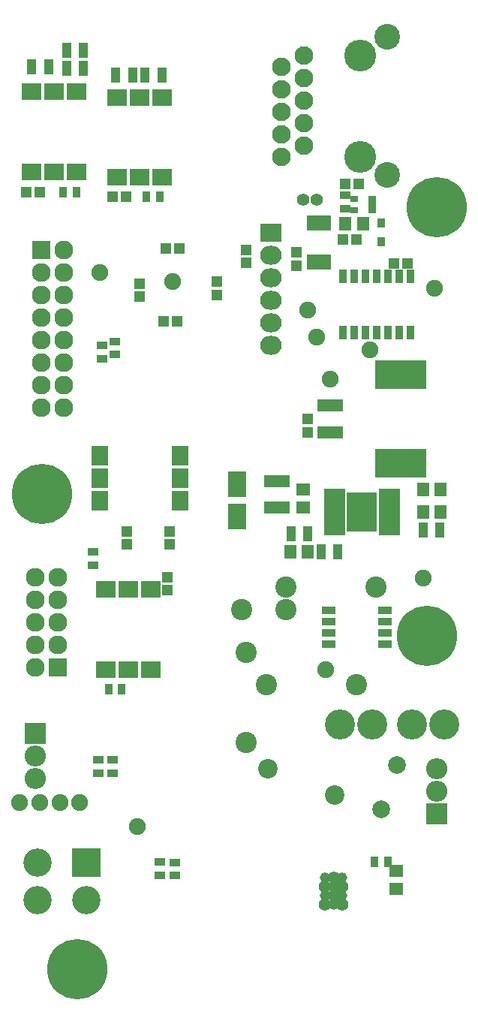
<source format=gbr>
G04 #@! TF.FileFunction,Soldermask,Bot*
%FSLAX46Y46*%
G04 Gerber Fmt 4.6, Leading zero omitted, Abs format (unit mm)*
G04 Created by KiCad (PCBNEW 4.0.3-stable) date 09/30/16 03:10:32*
%MOMM*%
%LPD*%
G01*
G04 APERTURE LIST*
%ADD10C,0.100000*%
%ADD11C,1.900000*%
%ADD12C,2.398980*%
%ADD13R,1.543000X0.908000*%
%ADD14R,1.150000X1.200000*%
%ADD15R,1.200000X1.150000*%
%ADD16R,1.100000X1.700000*%
%ADD17R,0.900000X1.300000*%
%ADD18R,1.300000X0.900000*%
%ADD19C,6.800000*%
%ADD20C,1.000000*%
%ADD21R,2.180000X1.920000*%
%ADD22R,1.920000X2.180000*%
%ADD23C,2.100000*%
%ADD24C,3.600000*%
%ADD25C,2.900000*%
%ADD26R,2.432000X2.127200*%
%ADD27O,2.432000X2.127200*%
%ADD28O,2.398980X2.398980*%
%ADD29R,2.398980X2.398980*%
%ADD30R,1.650000X1.400000*%
%ADD31R,0.850000X0.990000*%
%ADD32R,1.400000X1.650000*%
%ADD33R,0.700000X1.800000*%
%ADD34C,1.400760*%
%ADD35R,2.127200X2.127200*%
%ADD36O,2.127200X2.127200*%
%ADD37R,3.200000X3.200000*%
%ADD38C,3.200000*%
%ADD39C,3.400000*%
%ADD40C,2.200000*%
%ADD41R,0.908000X1.543000*%
%ADD42R,0.908000X0.704800*%
%ADD43C,2.000000*%
%ADD44R,2.000200X3.000960*%
%ADD45R,2.900000X1.400000*%
%ADD46R,5.800040X3.300680*%
%ADD47C,1.416000*%
%ADD48C,1.162000*%
%ADD49R,2.400000X0.800000*%
%ADD50R,3.400000X4.400000*%
G04 APERTURE END LIST*
D10*
D11*
X196860000Y-105000000D03*
X168610000Y-71500000D03*
X185860000Y-115250000D03*
X164610000Y-133000000D03*
X158110000Y-130250000D03*
X153610000Y-130250000D03*
X151360000Y-130250000D03*
X155860000Y-130250000D03*
X198110000Y-72250000D03*
X183860000Y-74750000D03*
X184860000Y-77750000D03*
X190860000Y-79250000D03*
X160360000Y-70500000D03*
X186360000Y-82500000D03*
D12*
X181360000Y-106000000D03*
X191520000Y-106000000D03*
D13*
X192535000Y-112405000D03*
X192535000Y-111135000D03*
X192535000Y-109865000D03*
X192535000Y-108595000D03*
X186185000Y-108595000D03*
X186185000Y-109865000D03*
X186185000Y-111135000D03*
X186185000Y-112405000D03*
D14*
X176860000Y-67940000D03*
X176860000Y-69440000D03*
X164860000Y-73250000D03*
X164860000Y-71750000D03*
D15*
X167610000Y-76044000D03*
X169110000Y-76044000D03*
D14*
X173610000Y-71500000D03*
X173610000Y-73000000D03*
D15*
X167860000Y-67750000D03*
X169360000Y-67750000D03*
D16*
X156658000Y-45429000D03*
X158558000Y-45429000D03*
D15*
X152105000Y-61431000D03*
X153605000Y-61431000D03*
X161834000Y-61931000D03*
X163334000Y-61931000D03*
D16*
X152716000Y-47334000D03*
X154616000Y-47334000D03*
X162196000Y-48215000D03*
X164096000Y-48215000D03*
X156658000Y-47461000D03*
X158558000Y-47461000D03*
X165498000Y-48215000D03*
X167398000Y-48215000D03*
D17*
X165644000Y-61931000D03*
X167144000Y-61931000D03*
X156272000Y-61431000D03*
X157772000Y-61431000D03*
D18*
X161862000Y-125457000D03*
X161862000Y-126957000D03*
X160211000Y-125433000D03*
X160211000Y-126933000D03*
X167184728Y-138496944D03*
X167184728Y-136996944D03*
X168835728Y-138520944D03*
X168835728Y-137020944D03*
D14*
X168033000Y-106341246D03*
X168033000Y-104841246D03*
X168287000Y-101173000D03*
X168287000Y-99673000D03*
X163461000Y-101173000D03*
X163461000Y-99673000D03*
D18*
X162110000Y-78250000D03*
X162110000Y-79750000D03*
X160610000Y-78750000D03*
X160610000Y-80250000D03*
X159610000Y-103500000D03*
X159610000Y-102000000D03*
D17*
X162860000Y-117500000D03*
X161360000Y-117500000D03*
D19*
X197260000Y-111500000D03*
D20*
X197260000Y-109100000D03*
X198957056Y-109802944D03*
X199660000Y-111500000D03*
X198957056Y-113197056D03*
X197260000Y-113900000D03*
X195562944Y-113197056D03*
X194860000Y-111500000D03*
X195562944Y-109802944D03*
D19*
X198360000Y-63100000D03*
D20*
X198360000Y-60700000D03*
X200057056Y-61402944D03*
X200760000Y-63100000D03*
X200057056Y-64797056D03*
X198360000Y-65500000D03*
X196662944Y-64797056D03*
X195960000Y-63100000D03*
X196662944Y-61402944D03*
D19*
X157860000Y-149100000D03*
D20*
X157860000Y-146700000D03*
X159557056Y-147402944D03*
X160260000Y-149100000D03*
X159557056Y-150797056D03*
X157860000Y-151500000D03*
X156162944Y-150797056D03*
X155460000Y-149100000D03*
X156162944Y-147402944D03*
D19*
X153860000Y-95500000D03*
D20*
X153860000Y-93100000D03*
X155557056Y-93802944D03*
X156260000Y-95500000D03*
X155557056Y-97197056D03*
X153860000Y-97900000D03*
X152162944Y-97197056D03*
X151460000Y-95500000D03*
X152162944Y-93802944D03*
D21*
X152716000Y-59145000D03*
X152716000Y-50125000D03*
X155256000Y-59145000D03*
X155256000Y-50125000D03*
X157796000Y-59145000D03*
X157796000Y-50125000D03*
X162318000Y-59775000D03*
X162318000Y-50755000D03*
X164858000Y-59775000D03*
X164858000Y-50755000D03*
X167398000Y-59775000D03*
X167398000Y-50755000D03*
X166150000Y-106240000D03*
X166150000Y-115260000D03*
X163610000Y-106240000D03*
X163610000Y-115260000D03*
X161070000Y-106240000D03*
X161070000Y-115260000D03*
D22*
X169445000Y-96244000D03*
X160425000Y-96244000D03*
X169445000Y-93704000D03*
X160425000Y-93704000D03*
X169445000Y-91164000D03*
X160425000Y-91164000D03*
D23*
X180860000Y-57430000D03*
X183400000Y-56160000D03*
X180860000Y-54890000D03*
X183400000Y-53620000D03*
X180860000Y-52350000D03*
X183400000Y-51080000D03*
X180860000Y-49810000D03*
X183400000Y-48540000D03*
X180860000Y-47270000D03*
X183400000Y-46000000D03*
D24*
X189750000Y-57430000D03*
X189750000Y-46000000D03*
D25*
X192800000Y-59490000D03*
X192800000Y-43940000D03*
D26*
X179685000Y-66011000D03*
D27*
X179685000Y-68551000D03*
X179685000Y-71091000D03*
X179685000Y-73631000D03*
X179685000Y-76171000D03*
X179685000Y-78711000D03*
D28*
X198360000Y-126460000D03*
D29*
X198360000Y-131540000D03*
D28*
X198360000Y-129000000D03*
D30*
X193860000Y-138000000D03*
X193860000Y-140000000D03*
D14*
X182610000Y-69750000D03*
X182610000Y-68250000D03*
D15*
X187860000Y-66750000D03*
X189360000Y-66750000D03*
D31*
X192110000Y-64890000D03*
X192110000Y-67000000D03*
D17*
X192860000Y-137000000D03*
X191360000Y-137000000D03*
D18*
X188110000Y-61799252D03*
X188110000Y-63299252D03*
D32*
X190110000Y-65000000D03*
X188110000Y-65000000D03*
D33*
X184110000Y-69299252D03*
X184110000Y-64899252D03*
X184610000Y-69299252D03*
X184610000Y-64899252D03*
X185110000Y-69299252D03*
X185110000Y-64899252D03*
X185610000Y-69299252D03*
X185610000Y-64899252D03*
X186110000Y-69299252D03*
X186110000Y-64899252D03*
D34*
X183360700Y-62299252D03*
X184859300Y-62299252D03*
D35*
X153820000Y-68000000D03*
D36*
X156360000Y-68000000D03*
X153820000Y-70540000D03*
X156360000Y-70540000D03*
X153820000Y-73080000D03*
X156360000Y-73080000D03*
X153820000Y-75620000D03*
X156360000Y-75620000D03*
X153820000Y-78160000D03*
X156360000Y-78160000D03*
X153820000Y-80700000D03*
X156360000Y-80700000D03*
X153820000Y-83240000D03*
X156360000Y-83240000D03*
X153820000Y-85780000D03*
X156360000Y-85780000D03*
D35*
X155610000Y-115000000D03*
D36*
X153070000Y-115000000D03*
X155610000Y-112460000D03*
X153070000Y-112460000D03*
X155610000Y-109920000D03*
X153070000Y-109920000D03*
X155610000Y-107380000D03*
X153070000Y-107380000D03*
X155610000Y-104840000D03*
X153070000Y-104840000D03*
D37*
X158860000Y-137050000D03*
D38*
X158860000Y-141250000D03*
X153360000Y-137050000D03*
X153360000Y-141250000D03*
D12*
X176360640Y-108500000D03*
X181361900Y-108500000D03*
D15*
X195110000Y-69500000D03*
X193610000Y-69500000D03*
X189610000Y-60500000D03*
X188110000Y-60500000D03*
D39*
X195595000Y-121500000D03*
X191125000Y-121500000D03*
X199255000Y-121500000D03*
X187465000Y-121500000D03*
D12*
X176860000Y-123500000D03*
X176860000Y-113340000D03*
X179200000Y-117000000D03*
X189360000Y-117000000D03*
D40*
X179360000Y-126500000D03*
X186860000Y-129400000D03*
D41*
X195420000Y-77250000D03*
X194150000Y-77250000D03*
X192880000Y-77250000D03*
X191610000Y-77250000D03*
X190340000Y-77250000D03*
X189070000Y-77250000D03*
X187800000Y-77250000D03*
X187800000Y-70900000D03*
X189070000Y-70900000D03*
X191610000Y-70900000D03*
X192880000Y-70900000D03*
X194150000Y-70900000D03*
X195420000Y-70900000D03*
X190340000Y-70900000D03*
D42*
X191126000Y-62164252D03*
X191126000Y-63434252D03*
X189094000Y-62164252D03*
X191126000Y-62799252D03*
X189094000Y-63434252D03*
D43*
X193910000Y-126000000D03*
X192110000Y-131000000D03*
D44*
X175860000Y-98000000D03*
X175860000Y-94398280D03*
D30*
X183360000Y-95000000D03*
X183360000Y-97000000D03*
D45*
X180360000Y-94000000D03*
X180360000Y-97000000D03*
D32*
X198860000Y-97500000D03*
X196860000Y-97500000D03*
X198860000Y-95000000D03*
X196860000Y-95000000D03*
X183860000Y-102000000D03*
X181860000Y-102000000D03*
D45*
X186360000Y-85500000D03*
X186360000Y-88500000D03*
D14*
X183860000Y-87000000D03*
X183860000Y-88500000D03*
D46*
X194360000Y-92000000D03*
X194360000Y-81997480D03*
D16*
X198760000Y-99500000D03*
X196860000Y-99500000D03*
X181960000Y-100000000D03*
X183860000Y-100000000D03*
X185360000Y-102000000D03*
X187260000Y-102000000D03*
D28*
X153110000Y-127580000D03*
D29*
X153110000Y-122500000D03*
D28*
X153110000Y-125040000D03*
D47*
X185760000Y-141775000D03*
D48*
X186760000Y-141775000D03*
D47*
X187760000Y-141775000D03*
D48*
X187760000Y-138775000D03*
D47*
X186760000Y-138775000D03*
D48*
X185760000Y-138775000D03*
X187760000Y-140775000D03*
D47*
X186760000Y-140775000D03*
D48*
X185760000Y-140775000D03*
D47*
X187760000Y-139775000D03*
D48*
X186760000Y-139775000D03*
D47*
X185760000Y-139775000D03*
D49*
X186860000Y-95250000D03*
X193060000Y-95250000D03*
X186860000Y-95900000D03*
X193060000Y-95900000D03*
X186860000Y-96550000D03*
X193060000Y-96550000D03*
X186860000Y-97200000D03*
X193060000Y-97200000D03*
X186860000Y-97850000D03*
X193060000Y-97850000D03*
X186860000Y-98500000D03*
X193060000Y-98500000D03*
X186860000Y-99150000D03*
X193060000Y-99150000D03*
X186860000Y-99800000D03*
X193060000Y-99800000D03*
D50*
X189960000Y-97525000D03*
D47*
X188960000Y-96025000D03*
D48*
X189960000Y-96025000D03*
D47*
X190960000Y-96025000D03*
D48*
X190960000Y-99025000D03*
D47*
X189960000Y-99025000D03*
D48*
X188960000Y-99025000D03*
X190960000Y-97025000D03*
D47*
X189960000Y-97025000D03*
D48*
X188960000Y-97025000D03*
D47*
X190960000Y-98025000D03*
D48*
X189960000Y-98025000D03*
D47*
X188960000Y-98025000D03*
M02*

</source>
